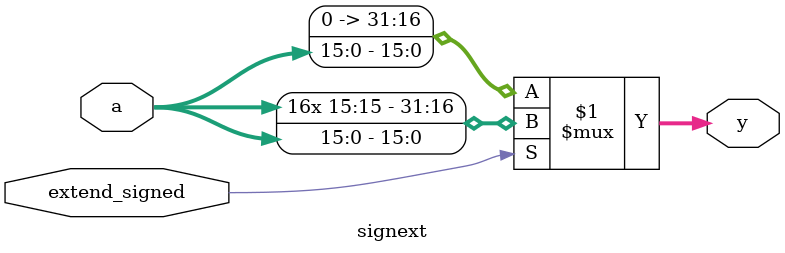
<source format=v>
`timescale 1ns / 1ps


module signext(
	input wire[15:0] a,
	input wire extend_signed,
	output wire[31:0] y
    );
    
	assign y = extend_signed ? {{16{a[15]}},a}:{{16{1'b0}},a};
endmodule

</source>
